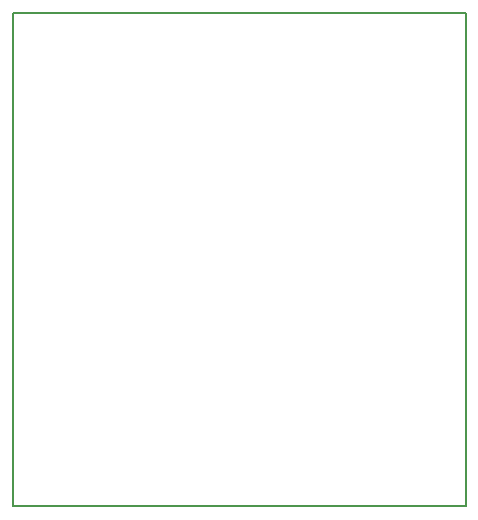
<source format=gbr>
G04*
G04 #@! TF.GenerationSoftware,Altium Limited,Altium Designer,22.4.2 (48)*
G04*
G04 Layer_Color=32896*
%FSLAX25Y25*%
%MOIN*%
G70*
G04*
G04 #@! TF.SameCoordinates,58CDF047-041F-4824-80A0-4C5186096447*
G04*
G04*
G04 #@! TF.FilePolarity,Positive*
G04*
G01*
G75*
%ADD11C,0.00787*%
D11*
X99000Y340000D02*
Y504500D01*
Y340000D02*
X250000D01*
Y504500D01*
X99000D02*
X250000D01*
M02*

</source>
